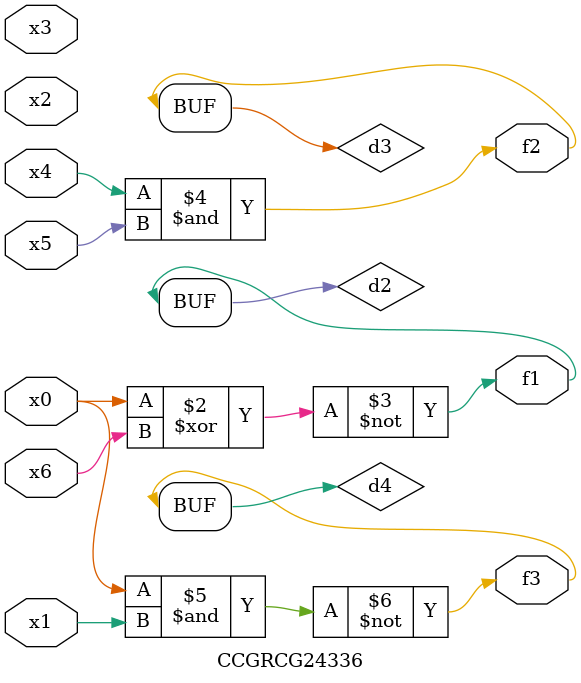
<source format=v>
module CCGRCG24336(
	input x0, x1, x2, x3, x4, x5, x6,
	output f1, f2, f3
);

	wire d1, d2, d3, d4;

	nor (d1, x0);
	xnor (d2, x0, x6);
	and (d3, x4, x5);
	nand (d4, x0, x1);
	assign f1 = d2;
	assign f2 = d3;
	assign f3 = d4;
endmodule

</source>
